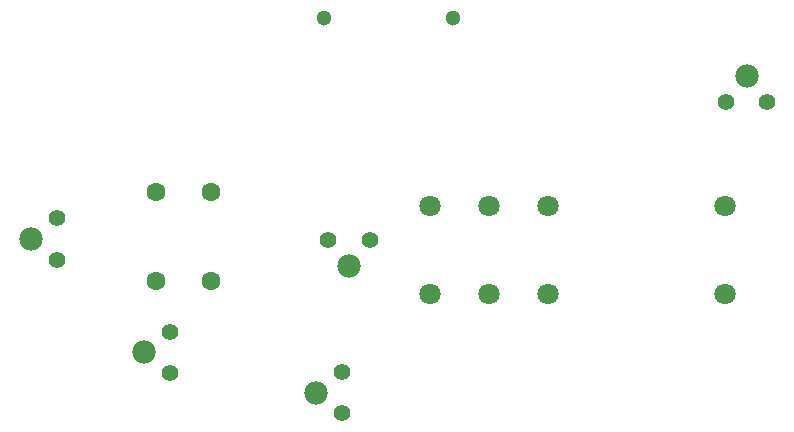
<source format=gbr>
G04 #@! TF.FileFunction,Soldermask,Bot*
%FSLAX46Y46*%
G04 Gerber Fmt 4.6, Leading zero omitted, Abs format (unit mm)*
G04 Created by KiCad (PCBNEW 4.0.7-e2-6376~58~ubuntu16.04.1) date Thu Nov 16 22:22:22 2017*
%MOMM*%
%LPD*%
G01*
G04 APERTURE LIST*
%ADD10C,0.100000*%
%ADD11C,1.397000*%
%ADD12C,1.981000*%
%ADD13C,1.600000*%
%ADD14C,1.800000*%
%ADD15C,1.300000*%
G04 APERTURE END LIST*
D10*
D11*
X140970000Y-113990000D03*
X140970000Y-110490000D03*
D12*
X138740000Y-112240000D03*
D13*
X125222000Y-95250000D03*
X125212000Y-102750000D03*
D11*
X126428500Y-110561000D03*
X126428500Y-107061000D03*
D12*
X124198500Y-108811000D03*
D14*
X153416000Y-103893000D03*
X153416000Y-96393000D03*
X158416000Y-96393000D03*
X173416000Y-96393000D03*
X173416000Y-103893000D03*
X158416000Y-103893000D03*
X148416000Y-96393000D03*
X148416000Y-103893000D03*
D13*
X129921000Y-95250000D03*
X129911000Y-102750000D03*
D11*
X116840000Y-100965000D03*
X116840000Y-97465000D03*
D12*
X114610000Y-99215000D03*
D11*
X173482000Y-87630000D03*
X176982000Y-87630000D03*
D12*
X175232000Y-85400000D03*
D11*
X143327000Y-99314000D03*
X139827000Y-99314000D03*
D12*
X141577000Y-101544000D03*
D15*
X139446000Y-80518000D03*
X150346000Y-80518000D03*
M02*

</source>
